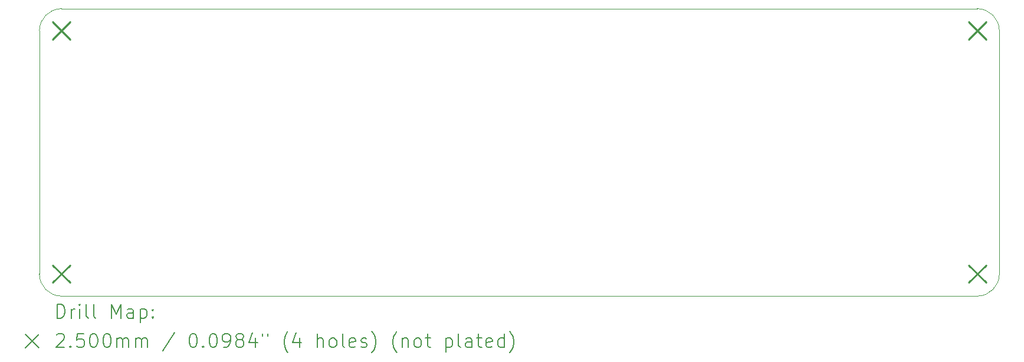
<source format=gbr>
%TF.GenerationSoftware,KiCad,Pcbnew,7.0.7*%
%TF.CreationDate,2023-09-28T15:43:33-05:00*%
%TF.ProjectId,iowa-rover-kiosk-level-buttons,696f7761-2d72-46f7-9665-722d6b696f73,rev?*%
%TF.SameCoordinates,Original*%
%TF.FileFunction,Drillmap*%
%TF.FilePolarity,Positive*%
%FSLAX45Y45*%
G04 Gerber Fmt 4.5, Leading zero omitted, Abs format (unit mm)*
G04 Created by KiCad (PCBNEW 7.0.7) date 2023-09-28 15:43:33*
%MOMM*%
%LPD*%
G01*
G04 APERTURE LIST*
%ADD10C,0.100000*%
%ADD11C,0.200000*%
%ADD12C,0.250000*%
G04 APERTURE END LIST*
D10*
X20256500Y-5016500D02*
X7112000Y-5016500D01*
X6794500Y-8826500D02*
G75*
G03*
X7112000Y-9144000I317500J0D01*
G01*
X20574000Y-8826500D02*
X20574000Y-5334000D01*
X6794500Y-5334000D02*
X6794500Y-8826500D01*
X20574000Y-5334000D02*
G75*
G03*
X20256500Y-5016500I-317500J0D01*
G01*
X7112000Y-5016500D02*
G75*
G03*
X6794500Y-5334000I0J-317500D01*
G01*
X7112000Y-9144000D02*
X20256500Y-9144000D01*
X20256500Y-9144000D02*
G75*
G03*
X20574000Y-8826500I0J317500D01*
G01*
D11*
D12*
X6987000Y-5209000D02*
X7237000Y-5459000D01*
X7237000Y-5209000D02*
X6987000Y-5459000D01*
X6987000Y-8701500D02*
X7237000Y-8951500D01*
X7237000Y-8701500D02*
X6987000Y-8951500D01*
X20131500Y-5209000D02*
X20381500Y-5459000D01*
X20381500Y-5209000D02*
X20131500Y-5459000D01*
X20131500Y-8701500D02*
X20381500Y-8951500D01*
X20381500Y-8701500D02*
X20131500Y-8951500D01*
D11*
X7050277Y-9460484D02*
X7050277Y-9260484D01*
X7050277Y-9260484D02*
X7097896Y-9260484D01*
X7097896Y-9260484D02*
X7126467Y-9270008D01*
X7126467Y-9270008D02*
X7145515Y-9289055D01*
X7145515Y-9289055D02*
X7155039Y-9308103D01*
X7155039Y-9308103D02*
X7164562Y-9346198D01*
X7164562Y-9346198D02*
X7164562Y-9374770D01*
X7164562Y-9374770D02*
X7155039Y-9412865D01*
X7155039Y-9412865D02*
X7145515Y-9431912D01*
X7145515Y-9431912D02*
X7126467Y-9450960D01*
X7126467Y-9450960D02*
X7097896Y-9460484D01*
X7097896Y-9460484D02*
X7050277Y-9460484D01*
X7250277Y-9460484D02*
X7250277Y-9327150D01*
X7250277Y-9365246D02*
X7259801Y-9346198D01*
X7259801Y-9346198D02*
X7269324Y-9336674D01*
X7269324Y-9336674D02*
X7288372Y-9327150D01*
X7288372Y-9327150D02*
X7307420Y-9327150D01*
X7374086Y-9460484D02*
X7374086Y-9327150D01*
X7374086Y-9260484D02*
X7364562Y-9270008D01*
X7364562Y-9270008D02*
X7374086Y-9279531D01*
X7374086Y-9279531D02*
X7383610Y-9270008D01*
X7383610Y-9270008D02*
X7374086Y-9260484D01*
X7374086Y-9260484D02*
X7374086Y-9279531D01*
X7497896Y-9460484D02*
X7478848Y-9450960D01*
X7478848Y-9450960D02*
X7469324Y-9431912D01*
X7469324Y-9431912D02*
X7469324Y-9260484D01*
X7602658Y-9460484D02*
X7583610Y-9450960D01*
X7583610Y-9450960D02*
X7574086Y-9431912D01*
X7574086Y-9431912D02*
X7574086Y-9260484D01*
X7831229Y-9460484D02*
X7831229Y-9260484D01*
X7831229Y-9260484D02*
X7897896Y-9403341D01*
X7897896Y-9403341D02*
X7964562Y-9260484D01*
X7964562Y-9260484D02*
X7964562Y-9460484D01*
X8145515Y-9460484D02*
X8145515Y-9355722D01*
X8145515Y-9355722D02*
X8135991Y-9336674D01*
X8135991Y-9336674D02*
X8116943Y-9327150D01*
X8116943Y-9327150D02*
X8078848Y-9327150D01*
X8078848Y-9327150D02*
X8059801Y-9336674D01*
X8145515Y-9450960D02*
X8126467Y-9460484D01*
X8126467Y-9460484D02*
X8078848Y-9460484D01*
X8078848Y-9460484D02*
X8059801Y-9450960D01*
X8059801Y-9450960D02*
X8050277Y-9431912D01*
X8050277Y-9431912D02*
X8050277Y-9412865D01*
X8050277Y-9412865D02*
X8059801Y-9393817D01*
X8059801Y-9393817D02*
X8078848Y-9384293D01*
X8078848Y-9384293D02*
X8126467Y-9384293D01*
X8126467Y-9384293D02*
X8145515Y-9374770D01*
X8240753Y-9327150D02*
X8240753Y-9527150D01*
X8240753Y-9336674D02*
X8259801Y-9327150D01*
X8259801Y-9327150D02*
X8297896Y-9327150D01*
X8297896Y-9327150D02*
X8316943Y-9336674D01*
X8316943Y-9336674D02*
X8326467Y-9346198D01*
X8326467Y-9346198D02*
X8335991Y-9365246D01*
X8335991Y-9365246D02*
X8335991Y-9422389D01*
X8335991Y-9422389D02*
X8326467Y-9441436D01*
X8326467Y-9441436D02*
X8316943Y-9450960D01*
X8316943Y-9450960D02*
X8297896Y-9460484D01*
X8297896Y-9460484D02*
X8259801Y-9460484D01*
X8259801Y-9460484D02*
X8240753Y-9450960D01*
X8421705Y-9441436D02*
X8431229Y-9450960D01*
X8431229Y-9450960D02*
X8421705Y-9460484D01*
X8421705Y-9460484D02*
X8412182Y-9450960D01*
X8412182Y-9450960D02*
X8421705Y-9441436D01*
X8421705Y-9441436D02*
X8421705Y-9460484D01*
X8421705Y-9336674D02*
X8431229Y-9346198D01*
X8431229Y-9346198D02*
X8421705Y-9355722D01*
X8421705Y-9355722D02*
X8412182Y-9346198D01*
X8412182Y-9346198D02*
X8421705Y-9336674D01*
X8421705Y-9336674D02*
X8421705Y-9355722D01*
X6589500Y-9689000D02*
X6789500Y-9889000D01*
X6789500Y-9689000D02*
X6589500Y-9889000D01*
X7040753Y-9699531D02*
X7050277Y-9690008D01*
X7050277Y-9690008D02*
X7069324Y-9680484D01*
X7069324Y-9680484D02*
X7116943Y-9680484D01*
X7116943Y-9680484D02*
X7135991Y-9690008D01*
X7135991Y-9690008D02*
X7145515Y-9699531D01*
X7145515Y-9699531D02*
X7155039Y-9718579D01*
X7155039Y-9718579D02*
X7155039Y-9737627D01*
X7155039Y-9737627D02*
X7145515Y-9766198D01*
X7145515Y-9766198D02*
X7031229Y-9880484D01*
X7031229Y-9880484D02*
X7155039Y-9880484D01*
X7240753Y-9861436D02*
X7250277Y-9870960D01*
X7250277Y-9870960D02*
X7240753Y-9880484D01*
X7240753Y-9880484D02*
X7231229Y-9870960D01*
X7231229Y-9870960D02*
X7240753Y-9861436D01*
X7240753Y-9861436D02*
X7240753Y-9880484D01*
X7431229Y-9680484D02*
X7335991Y-9680484D01*
X7335991Y-9680484D02*
X7326467Y-9775722D01*
X7326467Y-9775722D02*
X7335991Y-9766198D01*
X7335991Y-9766198D02*
X7355039Y-9756674D01*
X7355039Y-9756674D02*
X7402658Y-9756674D01*
X7402658Y-9756674D02*
X7421705Y-9766198D01*
X7421705Y-9766198D02*
X7431229Y-9775722D01*
X7431229Y-9775722D02*
X7440753Y-9794770D01*
X7440753Y-9794770D02*
X7440753Y-9842389D01*
X7440753Y-9842389D02*
X7431229Y-9861436D01*
X7431229Y-9861436D02*
X7421705Y-9870960D01*
X7421705Y-9870960D02*
X7402658Y-9880484D01*
X7402658Y-9880484D02*
X7355039Y-9880484D01*
X7355039Y-9880484D02*
X7335991Y-9870960D01*
X7335991Y-9870960D02*
X7326467Y-9861436D01*
X7564562Y-9680484D02*
X7583610Y-9680484D01*
X7583610Y-9680484D02*
X7602658Y-9690008D01*
X7602658Y-9690008D02*
X7612182Y-9699531D01*
X7612182Y-9699531D02*
X7621705Y-9718579D01*
X7621705Y-9718579D02*
X7631229Y-9756674D01*
X7631229Y-9756674D02*
X7631229Y-9804293D01*
X7631229Y-9804293D02*
X7621705Y-9842389D01*
X7621705Y-9842389D02*
X7612182Y-9861436D01*
X7612182Y-9861436D02*
X7602658Y-9870960D01*
X7602658Y-9870960D02*
X7583610Y-9880484D01*
X7583610Y-9880484D02*
X7564562Y-9880484D01*
X7564562Y-9880484D02*
X7545515Y-9870960D01*
X7545515Y-9870960D02*
X7535991Y-9861436D01*
X7535991Y-9861436D02*
X7526467Y-9842389D01*
X7526467Y-9842389D02*
X7516943Y-9804293D01*
X7516943Y-9804293D02*
X7516943Y-9756674D01*
X7516943Y-9756674D02*
X7526467Y-9718579D01*
X7526467Y-9718579D02*
X7535991Y-9699531D01*
X7535991Y-9699531D02*
X7545515Y-9690008D01*
X7545515Y-9690008D02*
X7564562Y-9680484D01*
X7755039Y-9680484D02*
X7774086Y-9680484D01*
X7774086Y-9680484D02*
X7793134Y-9690008D01*
X7793134Y-9690008D02*
X7802658Y-9699531D01*
X7802658Y-9699531D02*
X7812182Y-9718579D01*
X7812182Y-9718579D02*
X7821705Y-9756674D01*
X7821705Y-9756674D02*
X7821705Y-9804293D01*
X7821705Y-9804293D02*
X7812182Y-9842389D01*
X7812182Y-9842389D02*
X7802658Y-9861436D01*
X7802658Y-9861436D02*
X7793134Y-9870960D01*
X7793134Y-9870960D02*
X7774086Y-9880484D01*
X7774086Y-9880484D02*
X7755039Y-9880484D01*
X7755039Y-9880484D02*
X7735991Y-9870960D01*
X7735991Y-9870960D02*
X7726467Y-9861436D01*
X7726467Y-9861436D02*
X7716943Y-9842389D01*
X7716943Y-9842389D02*
X7707420Y-9804293D01*
X7707420Y-9804293D02*
X7707420Y-9756674D01*
X7707420Y-9756674D02*
X7716943Y-9718579D01*
X7716943Y-9718579D02*
X7726467Y-9699531D01*
X7726467Y-9699531D02*
X7735991Y-9690008D01*
X7735991Y-9690008D02*
X7755039Y-9680484D01*
X7907420Y-9880484D02*
X7907420Y-9747150D01*
X7907420Y-9766198D02*
X7916943Y-9756674D01*
X7916943Y-9756674D02*
X7935991Y-9747150D01*
X7935991Y-9747150D02*
X7964563Y-9747150D01*
X7964563Y-9747150D02*
X7983610Y-9756674D01*
X7983610Y-9756674D02*
X7993134Y-9775722D01*
X7993134Y-9775722D02*
X7993134Y-9880484D01*
X7993134Y-9775722D02*
X8002658Y-9756674D01*
X8002658Y-9756674D02*
X8021705Y-9747150D01*
X8021705Y-9747150D02*
X8050277Y-9747150D01*
X8050277Y-9747150D02*
X8069324Y-9756674D01*
X8069324Y-9756674D02*
X8078848Y-9775722D01*
X8078848Y-9775722D02*
X8078848Y-9880484D01*
X8174086Y-9880484D02*
X8174086Y-9747150D01*
X8174086Y-9766198D02*
X8183610Y-9756674D01*
X8183610Y-9756674D02*
X8202658Y-9747150D01*
X8202658Y-9747150D02*
X8231229Y-9747150D01*
X8231229Y-9747150D02*
X8250277Y-9756674D01*
X8250277Y-9756674D02*
X8259801Y-9775722D01*
X8259801Y-9775722D02*
X8259801Y-9880484D01*
X8259801Y-9775722D02*
X8269324Y-9756674D01*
X8269324Y-9756674D02*
X8288372Y-9747150D01*
X8288372Y-9747150D02*
X8316943Y-9747150D01*
X8316943Y-9747150D02*
X8335991Y-9756674D01*
X8335991Y-9756674D02*
X8345515Y-9775722D01*
X8345515Y-9775722D02*
X8345515Y-9880484D01*
X8735991Y-9670960D02*
X8564563Y-9928103D01*
X8993134Y-9680484D02*
X9012182Y-9680484D01*
X9012182Y-9680484D02*
X9031229Y-9690008D01*
X9031229Y-9690008D02*
X9040753Y-9699531D01*
X9040753Y-9699531D02*
X9050277Y-9718579D01*
X9050277Y-9718579D02*
X9059801Y-9756674D01*
X9059801Y-9756674D02*
X9059801Y-9804293D01*
X9059801Y-9804293D02*
X9050277Y-9842389D01*
X9050277Y-9842389D02*
X9040753Y-9861436D01*
X9040753Y-9861436D02*
X9031229Y-9870960D01*
X9031229Y-9870960D02*
X9012182Y-9880484D01*
X9012182Y-9880484D02*
X8993134Y-9880484D01*
X8993134Y-9880484D02*
X8974087Y-9870960D01*
X8974087Y-9870960D02*
X8964563Y-9861436D01*
X8964563Y-9861436D02*
X8955039Y-9842389D01*
X8955039Y-9842389D02*
X8945515Y-9804293D01*
X8945515Y-9804293D02*
X8945515Y-9756674D01*
X8945515Y-9756674D02*
X8955039Y-9718579D01*
X8955039Y-9718579D02*
X8964563Y-9699531D01*
X8964563Y-9699531D02*
X8974087Y-9690008D01*
X8974087Y-9690008D02*
X8993134Y-9680484D01*
X9145515Y-9861436D02*
X9155039Y-9870960D01*
X9155039Y-9870960D02*
X9145515Y-9880484D01*
X9145515Y-9880484D02*
X9135991Y-9870960D01*
X9135991Y-9870960D02*
X9145515Y-9861436D01*
X9145515Y-9861436D02*
X9145515Y-9880484D01*
X9278848Y-9680484D02*
X9297896Y-9680484D01*
X9297896Y-9680484D02*
X9316944Y-9690008D01*
X9316944Y-9690008D02*
X9326468Y-9699531D01*
X9326468Y-9699531D02*
X9335991Y-9718579D01*
X9335991Y-9718579D02*
X9345515Y-9756674D01*
X9345515Y-9756674D02*
X9345515Y-9804293D01*
X9345515Y-9804293D02*
X9335991Y-9842389D01*
X9335991Y-9842389D02*
X9326468Y-9861436D01*
X9326468Y-9861436D02*
X9316944Y-9870960D01*
X9316944Y-9870960D02*
X9297896Y-9880484D01*
X9297896Y-9880484D02*
X9278848Y-9880484D01*
X9278848Y-9880484D02*
X9259801Y-9870960D01*
X9259801Y-9870960D02*
X9250277Y-9861436D01*
X9250277Y-9861436D02*
X9240753Y-9842389D01*
X9240753Y-9842389D02*
X9231229Y-9804293D01*
X9231229Y-9804293D02*
X9231229Y-9756674D01*
X9231229Y-9756674D02*
X9240753Y-9718579D01*
X9240753Y-9718579D02*
X9250277Y-9699531D01*
X9250277Y-9699531D02*
X9259801Y-9690008D01*
X9259801Y-9690008D02*
X9278848Y-9680484D01*
X9440753Y-9880484D02*
X9478848Y-9880484D01*
X9478848Y-9880484D02*
X9497896Y-9870960D01*
X9497896Y-9870960D02*
X9507420Y-9861436D01*
X9507420Y-9861436D02*
X9526468Y-9832865D01*
X9526468Y-9832865D02*
X9535991Y-9794770D01*
X9535991Y-9794770D02*
X9535991Y-9718579D01*
X9535991Y-9718579D02*
X9526468Y-9699531D01*
X9526468Y-9699531D02*
X9516944Y-9690008D01*
X9516944Y-9690008D02*
X9497896Y-9680484D01*
X9497896Y-9680484D02*
X9459801Y-9680484D01*
X9459801Y-9680484D02*
X9440753Y-9690008D01*
X9440753Y-9690008D02*
X9431229Y-9699531D01*
X9431229Y-9699531D02*
X9421706Y-9718579D01*
X9421706Y-9718579D02*
X9421706Y-9766198D01*
X9421706Y-9766198D02*
X9431229Y-9785246D01*
X9431229Y-9785246D02*
X9440753Y-9794770D01*
X9440753Y-9794770D02*
X9459801Y-9804293D01*
X9459801Y-9804293D02*
X9497896Y-9804293D01*
X9497896Y-9804293D02*
X9516944Y-9794770D01*
X9516944Y-9794770D02*
X9526468Y-9785246D01*
X9526468Y-9785246D02*
X9535991Y-9766198D01*
X9650277Y-9766198D02*
X9631229Y-9756674D01*
X9631229Y-9756674D02*
X9621706Y-9747150D01*
X9621706Y-9747150D02*
X9612182Y-9728103D01*
X9612182Y-9728103D02*
X9612182Y-9718579D01*
X9612182Y-9718579D02*
X9621706Y-9699531D01*
X9621706Y-9699531D02*
X9631229Y-9690008D01*
X9631229Y-9690008D02*
X9650277Y-9680484D01*
X9650277Y-9680484D02*
X9688372Y-9680484D01*
X9688372Y-9680484D02*
X9707420Y-9690008D01*
X9707420Y-9690008D02*
X9716944Y-9699531D01*
X9716944Y-9699531D02*
X9726468Y-9718579D01*
X9726468Y-9718579D02*
X9726468Y-9728103D01*
X9726468Y-9728103D02*
X9716944Y-9747150D01*
X9716944Y-9747150D02*
X9707420Y-9756674D01*
X9707420Y-9756674D02*
X9688372Y-9766198D01*
X9688372Y-9766198D02*
X9650277Y-9766198D01*
X9650277Y-9766198D02*
X9631229Y-9775722D01*
X9631229Y-9775722D02*
X9621706Y-9785246D01*
X9621706Y-9785246D02*
X9612182Y-9804293D01*
X9612182Y-9804293D02*
X9612182Y-9842389D01*
X9612182Y-9842389D02*
X9621706Y-9861436D01*
X9621706Y-9861436D02*
X9631229Y-9870960D01*
X9631229Y-9870960D02*
X9650277Y-9880484D01*
X9650277Y-9880484D02*
X9688372Y-9880484D01*
X9688372Y-9880484D02*
X9707420Y-9870960D01*
X9707420Y-9870960D02*
X9716944Y-9861436D01*
X9716944Y-9861436D02*
X9726468Y-9842389D01*
X9726468Y-9842389D02*
X9726468Y-9804293D01*
X9726468Y-9804293D02*
X9716944Y-9785246D01*
X9716944Y-9785246D02*
X9707420Y-9775722D01*
X9707420Y-9775722D02*
X9688372Y-9766198D01*
X9897896Y-9747150D02*
X9897896Y-9880484D01*
X9850277Y-9670960D02*
X9802658Y-9813817D01*
X9802658Y-9813817D02*
X9926468Y-9813817D01*
X9993134Y-9680484D02*
X9993134Y-9718579D01*
X10069325Y-9680484D02*
X10069325Y-9718579D01*
X10364563Y-9956674D02*
X10355039Y-9947150D01*
X10355039Y-9947150D02*
X10335991Y-9918579D01*
X10335991Y-9918579D02*
X10326468Y-9899531D01*
X10326468Y-9899531D02*
X10316944Y-9870960D01*
X10316944Y-9870960D02*
X10307420Y-9823341D01*
X10307420Y-9823341D02*
X10307420Y-9785246D01*
X10307420Y-9785246D02*
X10316944Y-9737627D01*
X10316944Y-9737627D02*
X10326468Y-9709055D01*
X10326468Y-9709055D02*
X10335991Y-9690008D01*
X10335991Y-9690008D02*
X10355039Y-9661436D01*
X10355039Y-9661436D02*
X10364563Y-9651912D01*
X10526468Y-9747150D02*
X10526468Y-9880484D01*
X10478849Y-9670960D02*
X10431230Y-9813817D01*
X10431230Y-9813817D02*
X10555039Y-9813817D01*
X10783611Y-9880484D02*
X10783611Y-9680484D01*
X10869325Y-9880484D02*
X10869325Y-9775722D01*
X10869325Y-9775722D02*
X10859801Y-9756674D01*
X10859801Y-9756674D02*
X10840753Y-9747150D01*
X10840753Y-9747150D02*
X10812182Y-9747150D01*
X10812182Y-9747150D02*
X10793134Y-9756674D01*
X10793134Y-9756674D02*
X10783611Y-9766198D01*
X10993134Y-9880484D02*
X10974087Y-9870960D01*
X10974087Y-9870960D02*
X10964563Y-9861436D01*
X10964563Y-9861436D02*
X10955039Y-9842389D01*
X10955039Y-9842389D02*
X10955039Y-9785246D01*
X10955039Y-9785246D02*
X10964563Y-9766198D01*
X10964563Y-9766198D02*
X10974087Y-9756674D01*
X10974087Y-9756674D02*
X10993134Y-9747150D01*
X10993134Y-9747150D02*
X11021706Y-9747150D01*
X11021706Y-9747150D02*
X11040753Y-9756674D01*
X11040753Y-9756674D02*
X11050277Y-9766198D01*
X11050277Y-9766198D02*
X11059801Y-9785246D01*
X11059801Y-9785246D02*
X11059801Y-9842389D01*
X11059801Y-9842389D02*
X11050277Y-9861436D01*
X11050277Y-9861436D02*
X11040753Y-9870960D01*
X11040753Y-9870960D02*
X11021706Y-9880484D01*
X11021706Y-9880484D02*
X10993134Y-9880484D01*
X11174087Y-9880484D02*
X11155039Y-9870960D01*
X11155039Y-9870960D02*
X11145515Y-9851912D01*
X11145515Y-9851912D02*
X11145515Y-9680484D01*
X11326468Y-9870960D02*
X11307420Y-9880484D01*
X11307420Y-9880484D02*
X11269325Y-9880484D01*
X11269325Y-9880484D02*
X11250277Y-9870960D01*
X11250277Y-9870960D02*
X11240753Y-9851912D01*
X11240753Y-9851912D02*
X11240753Y-9775722D01*
X11240753Y-9775722D02*
X11250277Y-9756674D01*
X11250277Y-9756674D02*
X11269325Y-9747150D01*
X11269325Y-9747150D02*
X11307420Y-9747150D01*
X11307420Y-9747150D02*
X11326468Y-9756674D01*
X11326468Y-9756674D02*
X11335991Y-9775722D01*
X11335991Y-9775722D02*
X11335991Y-9794770D01*
X11335991Y-9794770D02*
X11240753Y-9813817D01*
X11412182Y-9870960D02*
X11431230Y-9880484D01*
X11431230Y-9880484D02*
X11469325Y-9880484D01*
X11469325Y-9880484D02*
X11488372Y-9870960D01*
X11488372Y-9870960D02*
X11497896Y-9851912D01*
X11497896Y-9851912D02*
X11497896Y-9842389D01*
X11497896Y-9842389D02*
X11488372Y-9823341D01*
X11488372Y-9823341D02*
X11469325Y-9813817D01*
X11469325Y-9813817D02*
X11440753Y-9813817D01*
X11440753Y-9813817D02*
X11421706Y-9804293D01*
X11421706Y-9804293D02*
X11412182Y-9785246D01*
X11412182Y-9785246D02*
X11412182Y-9775722D01*
X11412182Y-9775722D02*
X11421706Y-9756674D01*
X11421706Y-9756674D02*
X11440753Y-9747150D01*
X11440753Y-9747150D02*
X11469325Y-9747150D01*
X11469325Y-9747150D02*
X11488372Y-9756674D01*
X11564563Y-9956674D02*
X11574087Y-9947150D01*
X11574087Y-9947150D02*
X11593134Y-9918579D01*
X11593134Y-9918579D02*
X11602658Y-9899531D01*
X11602658Y-9899531D02*
X11612182Y-9870960D01*
X11612182Y-9870960D02*
X11621706Y-9823341D01*
X11621706Y-9823341D02*
X11621706Y-9785246D01*
X11621706Y-9785246D02*
X11612182Y-9737627D01*
X11612182Y-9737627D02*
X11602658Y-9709055D01*
X11602658Y-9709055D02*
X11593134Y-9690008D01*
X11593134Y-9690008D02*
X11574087Y-9661436D01*
X11574087Y-9661436D02*
X11564563Y-9651912D01*
X11926468Y-9956674D02*
X11916944Y-9947150D01*
X11916944Y-9947150D02*
X11897896Y-9918579D01*
X11897896Y-9918579D02*
X11888372Y-9899531D01*
X11888372Y-9899531D02*
X11878849Y-9870960D01*
X11878849Y-9870960D02*
X11869325Y-9823341D01*
X11869325Y-9823341D02*
X11869325Y-9785246D01*
X11869325Y-9785246D02*
X11878849Y-9737627D01*
X11878849Y-9737627D02*
X11888372Y-9709055D01*
X11888372Y-9709055D02*
X11897896Y-9690008D01*
X11897896Y-9690008D02*
X11916944Y-9661436D01*
X11916944Y-9661436D02*
X11926468Y-9651912D01*
X12002658Y-9747150D02*
X12002658Y-9880484D01*
X12002658Y-9766198D02*
X12012182Y-9756674D01*
X12012182Y-9756674D02*
X12031230Y-9747150D01*
X12031230Y-9747150D02*
X12059801Y-9747150D01*
X12059801Y-9747150D02*
X12078849Y-9756674D01*
X12078849Y-9756674D02*
X12088372Y-9775722D01*
X12088372Y-9775722D02*
X12088372Y-9880484D01*
X12212182Y-9880484D02*
X12193134Y-9870960D01*
X12193134Y-9870960D02*
X12183611Y-9861436D01*
X12183611Y-9861436D02*
X12174087Y-9842389D01*
X12174087Y-9842389D02*
X12174087Y-9785246D01*
X12174087Y-9785246D02*
X12183611Y-9766198D01*
X12183611Y-9766198D02*
X12193134Y-9756674D01*
X12193134Y-9756674D02*
X12212182Y-9747150D01*
X12212182Y-9747150D02*
X12240753Y-9747150D01*
X12240753Y-9747150D02*
X12259801Y-9756674D01*
X12259801Y-9756674D02*
X12269325Y-9766198D01*
X12269325Y-9766198D02*
X12278849Y-9785246D01*
X12278849Y-9785246D02*
X12278849Y-9842389D01*
X12278849Y-9842389D02*
X12269325Y-9861436D01*
X12269325Y-9861436D02*
X12259801Y-9870960D01*
X12259801Y-9870960D02*
X12240753Y-9880484D01*
X12240753Y-9880484D02*
X12212182Y-9880484D01*
X12335992Y-9747150D02*
X12412182Y-9747150D01*
X12364563Y-9680484D02*
X12364563Y-9851912D01*
X12364563Y-9851912D02*
X12374087Y-9870960D01*
X12374087Y-9870960D02*
X12393134Y-9880484D01*
X12393134Y-9880484D02*
X12412182Y-9880484D01*
X12631230Y-9747150D02*
X12631230Y-9947150D01*
X12631230Y-9756674D02*
X12650277Y-9747150D01*
X12650277Y-9747150D02*
X12688373Y-9747150D01*
X12688373Y-9747150D02*
X12707420Y-9756674D01*
X12707420Y-9756674D02*
X12716944Y-9766198D01*
X12716944Y-9766198D02*
X12726468Y-9785246D01*
X12726468Y-9785246D02*
X12726468Y-9842389D01*
X12726468Y-9842389D02*
X12716944Y-9861436D01*
X12716944Y-9861436D02*
X12707420Y-9870960D01*
X12707420Y-9870960D02*
X12688373Y-9880484D01*
X12688373Y-9880484D02*
X12650277Y-9880484D01*
X12650277Y-9880484D02*
X12631230Y-9870960D01*
X12840753Y-9880484D02*
X12821706Y-9870960D01*
X12821706Y-9870960D02*
X12812182Y-9851912D01*
X12812182Y-9851912D02*
X12812182Y-9680484D01*
X13002658Y-9880484D02*
X13002658Y-9775722D01*
X13002658Y-9775722D02*
X12993134Y-9756674D01*
X12993134Y-9756674D02*
X12974087Y-9747150D01*
X12974087Y-9747150D02*
X12935992Y-9747150D01*
X12935992Y-9747150D02*
X12916944Y-9756674D01*
X13002658Y-9870960D02*
X12983611Y-9880484D01*
X12983611Y-9880484D02*
X12935992Y-9880484D01*
X12935992Y-9880484D02*
X12916944Y-9870960D01*
X12916944Y-9870960D02*
X12907420Y-9851912D01*
X12907420Y-9851912D02*
X12907420Y-9832865D01*
X12907420Y-9832865D02*
X12916944Y-9813817D01*
X12916944Y-9813817D02*
X12935992Y-9804293D01*
X12935992Y-9804293D02*
X12983611Y-9804293D01*
X12983611Y-9804293D02*
X13002658Y-9794770D01*
X13069325Y-9747150D02*
X13145515Y-9747150D01*
X13097896Y-9680484D02*
X13097896Y-9851912D01*
X13097896Y-9851912D02*
X13107420Y-9870960D01*
X13107420Y-9870960D02*
X13126468Y-9880484D01*
X13126468Y-9880484D02*
X13145515Y-9880484D01*
X13288373Y-9870960D02*
X13269325Y-9880484D01*
X13269325Y-9880484D02*
X13231230Y-9880484D01*
X13231230Y-9880484D02*
X13212182Y-9870960D01*
X13212182Y-9870960D02*
X13202658Y-9851912D01*
X13202658Y-9851912D02*
X13202658Y-9775722D01*
X13202658Y-9775722D02*
X13212182Y-9756674D01*
X13212182Y-9756674D02*
X13231230Y-9747150D01*
X13231230Y-9747150D02*
X13269325Y-9747150D01*
X13269325Y-9747150D02*
X13288373Y-9756674D01*
X13288373Y-9756674D02*
X13297896Y-9775722D01*
X13297896Y-9775722D02*
X13297896Y-9794770D01*
X13297896Y-9794770D02*
X13202658Y-9813817D01*
X13469325Y-9880484D02*
X13469325Y-9680484D01*
X13469325Y-9870960D02*
X13450277Y-9880484D01*
X13450277Y-9880484D02*
X13412182Y-9880484D01*
X13412182Y-9880484D02*
X13393134Y-9870960D01*
X13393134Y-9870960D02*
X13383611Y-9861436D01*
X13383611Y-9861436D02*
X13374087Y-9842389D01*
X13374087Y-9842389D02*
X13374087Y-9785246D01*
X13374087Y-9785246D02*
X13383611Y-9766198D01*
X13383611Y-9766198D02*
X13393134Y-9756674D01*
X13393134Y-9756674D02*
X13412182Y-9747150D01*
X13412182Y-9747150D02*
X13450277Y-9747150D01*
X13450277Y-9747150D02*
X13469325Y-9756674D01*
X13545515Y-9956674D02*
X13555039Y-9947150D01*
X13555039Y-9947150D02*
X13574087Y-9918579D01*
X13574087Y-9918579D02*
X13583611Y-9899531D01*
X13583611Y-9899531D02*
X13593134Y-9870960D01*
X13593134Y-9870960D02*
X13602658Y-9823341D01*
X13602658Y-9823341D02*
X13602658Y-9785246D01*
X13602658Y-9785246D02*
X13593134Y-9737627D01*
X13593134Y-9737627D02*
X13583611Y-9709055D01*
X13583611Y-9709055D02*
X13574087Y-9690008D01*
X13574087Y-9690008D02*
X13555039Y-9661436D01*
X13555039Y-9661436D02*
X13545515Y-9651912D01*
M02*

</source>
